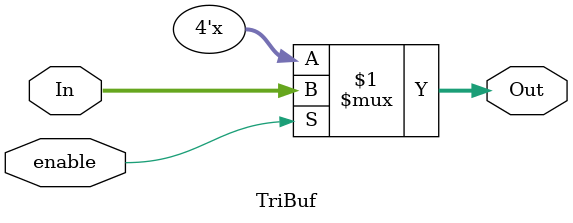
<source format=v>
`timescale 1ns / 1ps
module TriBuf(
    input [3:0] In,
    output [3:0] Out,
    input enable
    );

	assign Out = enable ? In : 4'bZZZZ;

endmodule

</source>
